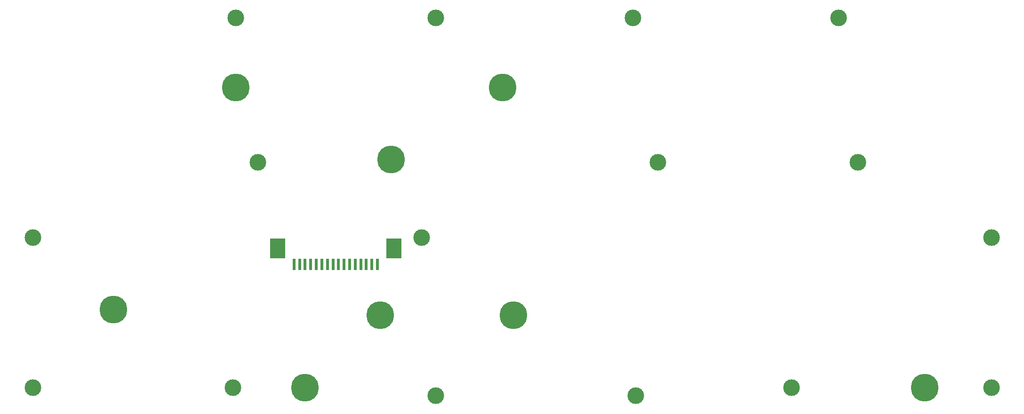
<source format=gbr>
G04 #@! TF.GenerationSoftware,KiCad,Pcbnew,6.0.4-6f826c9f35~116~ubuntu20.04.1*
G04 #@! TF.CreationDate,2022-04-24T22:14:46+02:00*
G04 #@! TF.ProjectId,keyboard,6b657962-6f61-4726-942e-6b696361645f,rev?*
G04 #@! TF.SameCoordinates,Original*
G04 #@! TF.FileFunction,Soldermask,Bot*
G04 #@! TF.FilePolarity,Negative*
%FSLAX46Y46*%
G04 Gerber Fmt 4.6, Leading zero omitted, Abs format (unit mm)*
G04 Created by KiCad (PCBNEW 6.0.4-6f826c9f35~116~ubuntu20.04.1) date 2022-04-24 22:14:46*
%MOMM*%
%LPD*%
G01*
G04 APERTURE LIST*
%ADD10C,5.000000*%
%ADD11C,3.000000*%
%ADD12R,0.610000X2.000000*%
%ADD13R,2.680000X3.600000*%
G04 APERTURE END LIST*
D10*
X53732000Y-30240000D03*
X101732000Y-30240000D03*
X81732000Y-43240000D03*
X31732000Y-70240000D03*
X66232000Y-84240000D03*
X177732000Y-84240000D03*
X103732000Y-71240000D03*
X79732000Y-71240000D03*
D11*
X53750000Y-17750000D03*
X89732000Y-17740000D03*
X125232000Y-17740000D03*
X162232000Y-17740000D03*
X189732000Y-57240000D03*
X189732000Y-84240000D03*
X153732000Y-84240000D03*
X125732000Y-85740000D03*
X89732000Y-85740000D03*
X53232000Y-84240000D03*
X17232000Y-84240000D03*
X17232000Y-57240000D03*
X57732000Y-43740000D03*
X129732000Y-43740000D03*
X165732000Y-43740000D03*
X87232000Y-57240000D03*
D12*
X64250000Y-62050000D03*
X65250000Y-62050000D03*
X66250000Y-62050000D03*
X67250000Y-62050000D03*
X68250000Y-62050000D03*
X69250000Y-62050000D03*
X70250000Y-62050000D03*
X71250000Y-62050000D03*
X72250000Y-62050000D03*
X73250000Y-62050000D03*
X74250000Y-62050000D03*
X75250000Y-62050000D03*
X76250000Y-62050000D03*
X77250000Y-62050000D03*
X78250000Y-62050000D03*
X79250000Y-62050000D03*
D13*
X82240000Y-59250000D03*
X61260000Y-59250000D03*
M02*

</source>
